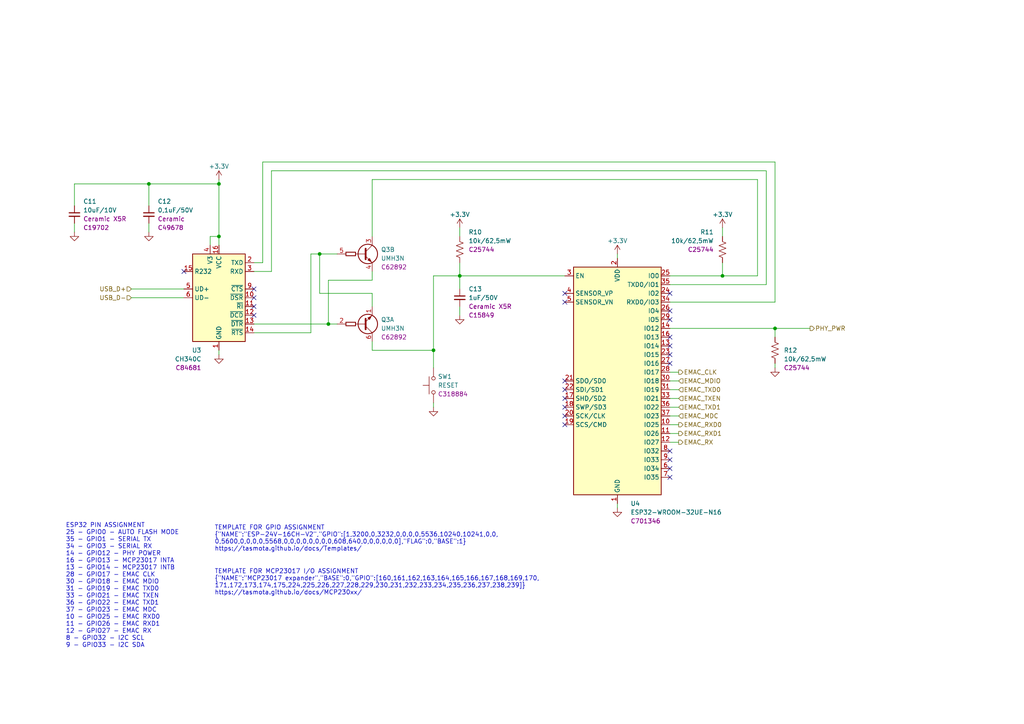
<source format=kicad_sch>
(kicad_sch (version 20230121) (generator eeschema)
  (paper "A4")
  (title_block (title "ESP 2x Relay Output Module with PoE") (date "2023-08-02") (rev "V1"))
  (lib_symbols
    (symbol "Device:C_Small" (pin_numbers hide) (pin_names (offset 0.254) hide)
      (property "Reference" "C" (at 0.254 1.778 0))
      (property "Value" "C_Small" (at 0.254 -2.032 0))
      (symbol "C_Small_0_1"
        (polyline (pts (xy -1.524 -0.508) (xy 1.524 -0.508)) (stroke (width 0.3302)))
        (polyline (pts (xy -1.524 0.508) (xy 1.524 0.508)) (stroke (width 0.3048)))
      )
      (symbol "C_Small_1_1"
        (pin passive line (at 0 2.54 270) (length 2.032) (name "~") (number "1"))
        (pin passive line (at 0 -2.54 90) (length 2.032) (name "~") (number "2"))
      )
    )
    (symbol "Device:R_US" (pin_numbers hide) (pin_names (offset 0))
      (property "Reference" "R" (at 2.54 0 90))
      (property "Value" "R_US" (at -2.54 0 90))
      (symbol "R_US_0_1"
        (polyline (pts (xy 0 -2.286) (xy 0 -2.54)))
        (polyline (pts (xy 0 2.286) (xy 0 2.54)))
        (polyline (pts (xy 0 -0.762) (xy 1.016 -1.143) (xy 0 -1.524) (xy -1.016 -1.905) (xy 0 -2.286)))
        (polyline (pts (xy 0 0.762) (xy 1.016 0.381) (xy 0 0) (xy -1.016 -0.381) (xy 0 -0.762)))
        (polyline (pts (xy 0 2.286) (xy 1.016 1.905) (xy 0 1.524) (xy -1.016 1.143) (xy 0 0.762)))
      )
      (symbol "R_US_1_1"
        (pin passive line (at 0 3.81 270) (length 1.27) (name "~") (number "1"))
        (pin passive line (at 0 -3.81 90) (length 1.27) (name "~") (number "2"))
      )
    )
    (symbol "Interface_USB:CH340C"
      (property "Reference" "U" (at -5.08 13.97 0))
      (property "Value" "CH340C" (at 1.27 13.97 0))
      (symbol "CH340C_0_1"
        (rectangle (start -7.62 12.7) (end 7.62 -12.7) (stroke (width 0.254)) (fill (type background)))
      )
      (symbol "CH340C_1_1"
        (pin power_in line (at 0 -15.24 90) (length 2.54) (name "GND") (number "1"))
        (pin input line (at 10.16 0 180) (length 2.54) (name "~{DSR}") (number "10"))
        (pin input line (at 10.16 -2.54 180) (length 2.54) (name "~{RI}") (number "11"))
        (pin input line (at 10.16 -5.08 180) (length 2.54) (name "~{DCD}") (number "12"))
        (pin output line (at 10.16 -7.62 180) (length 2.54) (name "~{DTR}") (number "13"))
        (pin output line (at 10.16 -10.16 180) (length 2.54) (name "~{RTS}") (number "14"))
        (pin input line (at -10.16 7.62 0) (length 2.54) (name "R232") (number "15"))
        (pin power_in line (at 0 15.24 270) (length 2.54) (name "VCC") (number "16"))
        (pin output line (at 10.16 10.16 180) (length 2.54) (name "TXD") (number "2"))
        (pin input line (at 10.16 7.62 180) (length 2.54) (name "RXD") (number "3"))
        (pin passive line (at -2.54 15.24 270) (length 2.54) (name "V3") (number "4"))
        (pin bidirectional line (at -10.16 2.54 0) (length 2.54) (name "UD+") (number "5"))
        (pin bidirectional line (at -10.16 0 0) (length 2.54) (name "UD-") (number "6"))
        (pin no_connect line (at -7.62 -7.62 0) (length 2.54) hide (name "NC") (number "7"))
        (pin no_connect line (at -7.62 -10.16 0) (length 2.54) hide (name "NC") (number "8"))
        (pin input line (at 10.16 2.54 180) (length 2.54) (name "~{CTS}") (number "9"))
      )
    )
    (symbol "RF_Module:ESP32-WROOM-32U"
      (property "Reference" "U" (at -12.7 34.29 0))
      (property "Value" "ESP32-WROOM-32U" (at 1.27 34.29 0))
      (symbol "ESP32-WROOM-32U_0_1"
        (rectangle (start -12.7 33.02) (end 12.7 -33.02) (stroke (width 0.254)) (fill (type background)))
      )
      (symbol "ESP32-WROOM-32U_1_1"
        (pin power_in line (at 0 -35.56 90) (length 2.54) (name "GND") (number "1"))
        (pin bidirectional line (at 15.24 -12.7 180) (length 2.54) (name "IO25") (number "10"))
        (pin bidirectional line (at 15.24 -15.24 180) (length 2.54) (name "IO26") (number "11"))
        (pin bidirectional line (at 15.24 -17.78 180) (length 2.54) (name "IO27") (number "12"))
        (pin bidirectional line (at 15.24 10.16 180) (length 2.54) (name "IO14") (number "13"))
        (pin bidirectional line (at 15.24 15.24 180) (length 2.54) (name "IO12") (number "14"))
        (pin passive line (at 0 -35.56 90) (length 2.54) hide (name "GND") (number "15"))
        (pin bidirectional line (at 15.24 12.7 180) (length 2.54) (name "IO13") (number "16"))
        (pin bidirectional line (at -15.24 -5.08 0) (length 2.54) (name "SHD/SD2") (number "17"))
        (pin bidirectional line (at -15.24 -7.62 0) (length 2.54) (name "SWP/SD3") (number "18"))
        (pin bidirectional line (at -15.24 -12.7 0) (length 2.54) (name "SCS/CMD") (number "19"))
        (pin power_in line (at 0 35.56 270) (length 2.54) (name "VDD") (number "2"))
        (pin bidirectional line (at -15.24 -10.16 0) (length 2.54) (name "SCK/CLK") (number "20"))
        (pin bidirectional line (at -15.24 0 0) (length 2.54) (name "SDO/SD0") (number "21"))
        (pin bidirectional line (at -15.24 -2.54 0) (length 2.54) (name "SDI/SD1") (number "22"))
        (pin bidirectional line (at 15.24 7.62 180) (length 2.54) (name "IO15") (number "23"))
        (pin bidirectional line (at 15.24 25.4 180) (length 2.54) (name "IO2") (number "24"))
        (pin bidirectional line (at 15.24 30.48 180) (length 2.54) (name "IO0") (number "25"))
        (pin bidirectional line (at 15.24 20.32 180) (length 2.54) (name "IO4") (number "26"))
        (pin bidirectional line (at 15.24 5.08 180) (length 2.54) (name "IO16") (number "27"))
        (pin bidirectional line (at 15.24 2.54 180) (length 2.54) (name "IO17") (number "28"))
        (pin bidirectional line (at 15.24 17.78 180) (length 2.54) (name "IO5") (number "29"))
        (pin input line (at -15.24 30.48 0) (length 2.54) (name "EN") (number "3"))
        (pin bidirectional line (at 15.24 0 180) (length 2.54) (name "IO18") (number "30"))
        (pin bidirectional line (at 15.24 -2.54 180) (length 2.54) (name "IO19") (number "31"))
        (pin no_connect line (at -12.7 -27.94 0) (length 2.54) hide (name "NC") (number "32"))
        (pin bidirectional line (at 15.24 -5.08 180) (length 2.54) (name "IO21") (number "33"))
        (pin bidirectional line (at 15.24 22.86 180) (length 2.54) (name "RXD0/IO3") (number "34"))
        (pin bidirectional line (at 15.24 27.94 180) (length 2.54) (name "TXD0/IO1") (number "35"))
        (pin bidirectional line (at 15.24 -7.62 180) (length 2.54) (name "IO22") (number "36"))
        (pin bidirectional line (at 15.24 -10.16 180) (length 2.54) (name "IO23") (number "37"))
        (pin passive line (at 0 -35.56 90) (length 2.54) hide (name "GND") (number "38"))
        (pin passive line (at 0 -35.56 90) (length 2.54) hide (name "GND") (number "39"))
        (pin input line (at -15.24 25.4 0) (length 2.54) (name "SENSOR_VP") (number "4"))
        (pin input line (at -15.24 22.86 0) (length 2.54) (name "SENSOR_VN") (number "5"))
        (pin input line (at 15.24 -25.4 180) (length 2.54) (name "IO34") (number "6"))
        (pin input line (at 15.24 -27.94 180) (length 2.54) (name "IO35") (number "7"))
        (pin bidirectional line (at 15.24 -20.32 180) (length 2.54) (name "IO32") (number "8"))
        (pin bidirectional line (at 15.24 -22.86 180) (length 2.54) (name "IO33") (number "9"))
      )
    )
    (symbol "Switch:SW_Push" (pin_numbers hide) (pin_names (offset 1.016) hide)
      (property "Reference" "SW" (at 1.27 2.54 0))
      (property "Value" "SW_Push" (at 0 -1.524 0))
      (symbol "SW_Push_0_1"
        (circle (center -2.032 0) (radius 0.508))
        (polyline (pts (xy 0 1.27) (xy 0 3.048)))
        (polyline (pts (xy 2.54 1.27) (xy -2.54 1.27)))
        (circle (center 2.032 0) (radius 0.508))
        (pin passive line (at -5.08 0 0) (length 2.54) (name "1") (number "1"))
        (pin passive line (at 5.08 0 180) (length 2.54) (name "2") (number "2"))
      )
    )
    (symbol "Tales:+3.3V" (power) (pin_names (offset 0))
      (property "Value" "+3.3V" (at 0 3.556 0))
      (symbol "+3.3V_0_1"
        (polyline (pts (xy -0.762 1.27) (xy 0 2.54)))
        (polyline (pts (xy 0 0) (xy 0 2.54)))
        (polyline (pts (xy 0 2.54) (xy 0.762 1.27)))
      )
      (symbol "+3.3V_1_1"
        (pin power_in line (at 0 0 90) (length 0) hide (name "+3.3V") (number "1"))
      )
    )
    (symbol "Transistor_BJT:UMH3N" (pin_names hide)
      (property "Reference" "Q" (at 7.62 1.27 0))
      (property "Value" "UMH3N" (at 7.62 -1.27 0))
      (symbol "UMH3N_0_1"
        (polyline (pts (xy 3.175 0) (xy 0.254 0)))
        (polyline (pts (xy 3.175 0.635) (xy 5.08 2.54)))
        (polyline (pts (xy 3.175 1.524) (xy 3.175 -1.524)) (stroke (width 0.508)))
        (polyline (pts (xy 3.175 -0.635) (xy 5.08 -2.54) (xy 5.08 -2.54)))
        (polyline (pts (xy 3.81 -1.778) (xy 4.318 -1.27) (xy 4.826 -2.286) (xy 3.81 -1.778) (xy 3.81 -1.778)) (fill (type outline)))
        (rectangle (start 0.254 0.508) (end -2.54 -0.508) (stroke (width 0.254)))
        (circle (center 3.81 0) (radius 2.8194) (stroke (width 0.254)))
      )
      (symbol "UMH3N_1_1"
        (pin passive line (at 5.08 -5.08 90) (length 2.54) (name "E1") (number "1"))
        (pin input line (at -5.08 0 0) (length 2.54) (name "B1") (number "2"))
        (pin passive line (at 5.08 5.08 270) (length 2.54) (name "C1") (number "6"))
      )
      (symbol "UMH3N_2_1"
        (pin passive line (at 5.08 5.08 270) (length 2.54) (name "C2") (number "3"))
        (pin passive line (at 5.08 -5.08 90) (length 2.54) (name "E2") (number "4"))
        (pin input line (at -5.08 0 0) (length 2.54) (name "B2") (number "5"))
      )
    )
    (symbol "power:+3.3V" (power) (pin_names (offset 0))
      (property "Value" "+3.3V" (at 0 3.556 0))
      (symbol "+3.3V_0_1"
        (polyline (pts (xy -0.762 1.27) (xy 0 2.54)))
        (polyline (pts (xy 0 0) (xy 0 2.54)))
        (polyline (pts (xy 0 2.54) (xy 0.762 1.27)))
      )
      (symbol "+3.3V_1_1"
        (pin power_in line (at 0 0 90) (length 0) hide (name "+3.3V") (number "1"))
      )
    )
    (symbol "power:GND" (power) (pin_names (offset 0))
      (property "Value" "GND" (at 0 -3.81 0))
      (symbol "GND_0_1"
        (polyline (pts (xy 0 0) (xy 0 -1.27) (xy 1.27 -1.27) (xy 0 -2.54) (xy -1.27 -1.27) (xy 0 -1.27)))
      )
      (symbol "GND_1_1"
        (pin power_in line (at 0 0 270) (length 0) hide (name "GND") (number "1"))
      )
    )
  )
  (junction (at 63.5 53.34))
  (junction (at 125.73 101.6))
  (junction (at 133.35 80.01))
  (junction (at 43.18 53.34))
  (junction (at 209.55 80.01))
  (junction (at 92.71 73.66))
  (junction (at 63.5 68.58))
  (junction (at 224.79 95.25))
  (junction (at 95.25 93.98))
  (no_connect (at 163.83 87.63))
  (no_connect (at 194.31 100.33))
  (no_connect (at 163.83 123.19))
  (no_connect (at 194.31 85.09))
  (no_connect (at 73.66 86.36))
  (no_connect (at 194.31 92.71))
  (no_connect (at 163.83 110.49))
  (no_connect (at 73.66 91.44))
  (no_connect (at 163.83 85.09))
  (no_connect (at 53.34 78.74))
  (no_connect (at 194.31 133.35))
  (no_connect (at 163.83 115.57))
  (no_connect (at 163.83 118.11))
  (no_connect (at 73.66 88.9))
  (no_connect (at 194.31 97.79))
  (no_connect (at 194.31 130.81))
  (no_connect (at 194.31 135.89))
  (no_connect (at 73.66 83.82))
  (no_connect (at 194.31 105.41))
  (no_connect (at 163.83 120.65))
  (no_connect (at 194.31 90.17))
  (no_connect (at 194.31 138.43))
  (no_connect (at 194.31 102.87))
  (no_connect (at 163.83 113.03))
  (wire (pts (xy 133.35 88.9) (xy 133.35 91.44)))
  (wire (pts (xy 133.35 76.2) (xy 133.35 80.01)))
  (wire (pts (xy 194.31 118.11) (xy 196.85 118.11)))
  (wire (pts (xy 21.59 64.77) (xy 21.59 67.31)))
  (wire (pts (xy 63.5 101.6) (xy 63.5 102.87)))
  (wire (pts (xy 90.17 96.52) (xy 90.17 73.66)))
  (wire (pts (xy 194.31 123.19) (xy 196.85 123.19)))
  (wire (pts (xy 38.1 86.36) (xy 53.34 86.36)))
  (wire (pts (xy 107.95 52.07) (xy 219.71 52.07)))
  (wire (pts (xy 194.31 80.01) (xy 209.55 80.01)))
  (wire (pts (xy 125.73 101.6) (xy 125.73 80.01)))
  (wire (pts (xy 133.35 66.04) (xy 133.35 68.58)))
  (wire (pts (xy 194.31 128.27) (xy 196.85 128.27)))
  (wire (pts (xy 194.31 120.65) (xy 196.85 120.65)))
  (wire (pts (xy 194.31 110.49) (xy 196.85 110.49)))
  (wire (pts (xy 194.31 115.57) (xy 196.85 115.57)))
  (wire (pts (xy 38.1 83.82) (xy 53.34 83.82)))
  (wire (pts (xy 63.5 53.34) (xy 63.5 68.58)))
  (wire (pts (xy 194.31 95.25) (xy 224.79 95.25)))
  (wire (pts (xy 63.5 68.58) (xy 63.5 71.12)))
  (wire (pts (xy 179.07 73.66) (xy 179.07 74.93)))
  (wire (pts (xy 73.66 78.74) (xy 78.74 78.74)))
  (wire (pts (xy 224.79 95.25) (xy 234.95 95.25)))
  (wire (pts (xy 92.71 73.66) (xy 97.79 73.66)))
  (wire (pts (xy 78.74 49.53) (xy 78.74 78.74)))
  (wire (pts (xy 222.25 49.53) (xy 222.25 82.55)))
  (wire (pts (xy 43.18 53.34) (xy 63.5 53.34)))
  (wire (pts (xy 107.95 68.58) (xy 107.95 52.07)))
  (wire (pts (xy 179.07 146.05) (xy 179.07 147.32)))
  (wire (pts (xy 73.66 76.2) (xy 76.2 76.2)))
  (wire (pts (xy 194.31 107.95) (xy 196.85 107.95)))
  (wire (pts (xy 76.2 46.99) (xy 224.79 46.99)))
  (wire (pts (xy 92.71 73.66) (xy 92.71 85.09)))
  (wire (pts (xy 43.18 64.77) (xy 43.18 67.31)))
  (wire (pts (xy 209.55 76.2) (xy 209.55 80.01)))
  (wire (pts (xy 133.35 80.01) (xy 163.83 80.01)))
  (wire (pts (xy 90.17 73.66) (xy 92.71 73.66)))
  (wire (pts (xy 21.59 59.69) (xy 21.59 53.34)))
  (wire (pts (xy 73.66 93.98) (xy 95.25 93.98)))
  (wire (pts (xy 43.18 53.34) (xy 43.18 59.69)))
  (wire (pts (xy 222.25 82.55) (xy 194.31 82.55)))
  (wire (pts (xy 95.25 81.28) (xy 95.25 93.98)))
  (wire (pts (xy 107.95 81.28) (xy 95.25 81.28)))
  (wire (pts (xy 224.79 105.41) (xy 224.79 106.68)))
  (wire (pts (xy 63.5 52.07) (xy 63.5 53.34)))
  (wire (pts (xy 224.79 95.25) (xy 224.79 97.79)))
  (wire (pts (xy 224.79 87.63) (xy 194.31 87.63)))
  (wire (pts (xy 107.95 85.09) (xy 92.71 85.09)))
  (wire (pts (xy 21.59 53.34) (xy 43.18 53.34)))
  (wire (pts (xy 60.96 71.12) (xy 60.96 68.58)))
  (wire (pts (xy 107.95 99.06) (xy 107.95 101.6)))
  (wire (pts (xy 76.2 76.2) (xy 76.2 46.99)))
  (wire (pts (xy 194.31 113.03) (xy 196.85 113.03)))
  (wire (pts (xy 133.35 80.01) (xy 133.35 83.82)))
  (wire (pts (xy 219.71 52.07) (xy 219.71 80.01)))
  (wire (pts (xy 224.79 46.99) (xy 224.79 87.63)))
  (wire (pts (xy 209.55 80.01) (xy 219.71 80.01)))
  (wire (pts (xy 107.95 88.9) (xy 107.95 85.09)))
  (wire (pts (xy 194.31 125.73) (xy 196.85 125.73)))
  (wire (pts (xy 209.55 66.04) (xy 209.55 68.58)))
  (wire (pts (xy 107.95 101.6) (xy 125.73 101.6)))
  (wire (pts (xy 73.66 96.52) (xy 90.17 96.52)))
  (wire (pts (xy 125.73 116.84) (xy 125.73 118.11)))
  (wire (pts (xy 107.95 78.74) (xy 107.95 81.28)))
  (wire (pts (xy 125.73 80.01) (xy 133.35 80.01)))
  (wire (pts (xy 78.74 49.53) (xy 222.25 49.53)))
  (wire (pts (xy 95.25 93.98) (xy 97.79 93.98)))
  (wire (pts (xy 125.73 101.6) (xy 125.73 106.68)))
  (wire (pts (xy 60.96 68.58) (xy 63.5 68.58)))
  (text "ESP32 PIN ASSIGNMENT\n25 - GPIO0 - AUTO FLASH MODE\n35 - GPIO1 - SERIAL TX\n34 - GPIO3 - SERIAL RX\n14 - GPIO12 - PHY POWER\n16 - GPIO13 - MCP23017 INTA\n13 - GPIO14 - MCP23017 INTB\n28 - GPIO17 - EMAC CLK\n30 - GPIO18 - EMAC MDIO\n31 - GPIO19 - EMAC TXD0\n33 - GPIO21 - EMAC TXEN\n36 - GPIO22 - EMAC TXD1\n37 - GPIO23 - EMAC MDC\n10 - GPIO25 - EMAC RXD0\n11 - GPIO26 - EMAC RXD1\n12 - GPIO27 - EMAC RX\n8 - GPIO32 - I2C SCL\n9 - GPIO33 - I2C SDA" (at 19.05 187.96 0) (effects (font (size 1.27 1.27)) (justify left bottom)))
  (text "TEMPLATE FOR GPIO ASSIGNMENT\n{\"NAME\":\"ESP-24V-16CH-V2\",\"GPIO\":[1,3200,0,3232,0,0,0,0,5536,10240,10241,0,0,\n0,5600,0,0,0,0,5568,0,0,0,0,0,0,0,0,608,640,0,0,0,0,0,0],\"FLAG\":0,\"BASE\":1}\nhttps://tasmota.github.io/docs/Templates/" (at 62.23 160.02 0) (effects (font (size 1.27 1.27)) (justify left bottom)))
  (text "TEMPLATE FOR MCP23017 I/O ASSIGNMENT\n{\"NAME\":\"MCP23017 expander\",\"BASE\":0,\"GPIO\":[160,161,162,163,164,165,166,167,168,169,170,\n171,172,173,174,175,224,225,226,227,228,229,230,231,232,233,234,235,236,237,238,239]}\nhttps://tasmota.github.io/docs/MCP230xx/" (at 62.23 172.72 0) (effects (font (size 1.27 1.27)) (justify left bottom)))
  (hierarchical_label "PHY_PWR" (shape output) (at 234.95 95.25 0))
  (hierarchical_label "EMAC_MDIO" (shape input) (at 196.85 110.49 0))
  (hierarchical_label "EMAC_TXD1" (shape input) (at 196.85 118.11 0))
  (hierarchical_label "EMAC_RX" (shape output) (at 196.85 128.27 0))
  (hierarchical_label "EMAC_CLK" (shape output) (at 196.85 107.95 0))
  (hierarchical_label "EMAC_RXD1" (shape output) (at 196.85 125.73 0))
  (hierarchical_label "EMAC_TXEN" (shape input) (at 196.85 115.57 0))
  (hierarchical_label "EMAC_RXD0" (shape output) (at 196.85 123.19 0))
  (hierarchical_label "EMAC_TXD0" (shape input) (at 196.85 113.03 0))
  (hierarchical_label "EMAC_MDC" (shape input) (at 196.85 120.65 0))
  (hierarchical_label "USB_D+" (shape input) (at 38.1 83.82 180))
  (hierarchical_label "USB_D-" (shape input) (at 38.1 86.36 180))
  (symbol (lib_id "Device:C_Small") (at 133.35 86.36 0) (unit 1)
    (property "Reference" "C13" (at 135.89 83.8262 0) (effects (justify left)))
    (property "Value" "1uF/50V" (at 135.89 86.3662 0) (effects (justify left)))
    (property "Footprint" "Tales:C_0603_1608Metric" (effects hide))
    (property "Case" "0603/1608" (effects hide))
    (property "JLCPCB BOM" "1" (effects hide))
    (property "LCSC Part #" "C15849" (at 135.89 91.44 0) (effects (justify left)))
    (property "Mfr" "Samsung" (effects hide))
    (property "Mfr PN" "CL10A105KB8NNNC" (effects hide))
    (property "Technology" "Ceramic X5R" (at 135.89 88.9 0) (effects (justify left)))
    (property "Vendor" "JLCPCB" (effects hide))
    (property "Vendor PN" "C15849" (effects hide))
  )
  (symbol (lib_id "Device:R_US") (at 209.55 72.39 0) (unit 1)
    (property "Reference" "R11" (at 207.01 67.31 0) (effects (justify right)))
    (property "Value" "10k/62,5mW" (at 207.01 69.85 0) (effects (justify right)))
    (property "Footprint" "Tales:R_0402_1005Metric" (effects hide))
    (property "Case" "0402/1005" (effects hide))
    (property "Mfr" "Uniroyal" (effects hide))
    (property "Vendor" "JLCPCB" (effects hide))
    (property "Mfr PN" "0402WGF1002TCE" (effects hide))
    (property "Vendor PN" "C25744" (effects hide))
    (property "LCSC Part #" "C25744" (at 207.01 72.39 0) (effects (justify right)))
    (property "JLCPCB BOM" "1" (effects hide))
  )
  (symbol (lib_id "power:GND") (at 43.18 67.31 0) (unit 1)
    (property "Reference" "#PWR024" (effects hide))
    (property "Value" "GNDREF" (effects hide))
  )
  (symbol (lib_id "Transistor_BJT:UMH3N") (at 102.87 73.66 0) (unit 2)
    (property "Reference" "Q3" (at 110.49 72.3899 0) (effects (justify left)))
    (property "Value" "UMH3N" (at 110.49 74.9299 0) (effects (justify left)))
    (property "Footprint" "Tales:SOT-363_SC-70-6" (effects hide))
    (property "JLCPCB BOM" "1" (effects hide))
    (property "LCSC Part #" "C62892" (at 110.49 77.47 0) (effects (justify left)))
    (property "Vendor" "JLCPCB" (effects hide))
    (property "Vendor PN" "C62892" (effects hide))
    (property "Case" "SOT-363" (effects hide))
    (property "Mfr" "Jiangsu" (effects hide))
    (property "Mfr PN" "UMH3N" (effects hide))
  )
  (symbol (lib_id "Device:R_US") (at 224.79 101.6 0) (unit 1)
    (property "Reference" "R12" (at 227.33 101.6 0) (effects (justify left)))
    (property "Value" "10k/62,5mW" (at 227.33 104.14 0) (effects (justify left)))
    (property "Footprint" "Tales:R_0402_1005Metric" (effects hide))
    (property "Case" "0402/1005" (effects hide))
    (property "Mfr" "Uniroyal" (effects hide))
    (property "Vendor" "JLCPCB" (effects hide))
    (property "Mfr PN" "0402WGF1002TCE" (effects hide))
    (property "Vendor PN" "C25744" (effects hide))
    (property "LCSC Part #" "C25744" (at 227.33 106.68 0) (effects (justify left)))
    (property "JLCPCB BOM" "1" (effects hide))
  )
  (symbol (lib_id "Device:C_Small") (at 21.59 62.23 0) (unit 1)
    (property "Reference" "C11" (at 24.13 58.42 0) (effects (justify left)))
    (property "Value" "10uF/10V" (at 24.13 60.96 0) (effects (justify left)))
    (property "Footprint" "Tales:C_0603_1608Metric" (effects hide))
    (property "Technology" "Ceramic X5R" (at 24.13 63.5 0) (effects (justify left)))
    (property "Case" "0603/1608" (effects hide))
    (property "Mfr" "Samsung" (effects hide))
    (property "Mfr PN" "CL10A106KP8NNNC" (effects hide))
    (property "Vendor" "JLCPCB" (effects hide))
    (property "Vendor PN" "C19702" (effects hide))
    (property "LCSC Part #" "C19702" (at 24.13 66.04 0) (effects (justify left)))
    (property "JLCPCB BOM" "1" (effects hide))
  )
  (symbol (lib_id "Transistor_BJT:UMH3N") (at 102.87 93.98 0) (mirror x) (unit 1)
    (property "Reference" "Q3" (at 110.49 92.7099 0) (effects (justify left)))
    (property "Value" "UMH3N" (at 110.49 95.2499 0) (effects (justify left)))
    (property "Footprint" "Tales:SOT-363_SC-70-6" (effects hide))
    (property "JLCPCB BOM" "1" (effects hide))
    (property "LCSC Part #" "C62892" (at 110.49 97.79 0) (effects (justify left)))
    (property "Vendor" "JLCPCB" (effects hide))
    (property "Vendor PN" "C62892" (effects hide))
    (property "Case" "SOT-363" (effects hide))
    (property "Mfr" "Jiangsu" (effects hide))
    (property "Mfr PN" "UMH3N" (effects hide))
  )
  (symbol (lib_id "power:GND") (at 224.79 106.68 0) (unit 1)
    (property "Reference" "#PWR033" (effects hide))
    (property "Value" "GNDREF" (effects hide))
  )
  (symbol (lib_id "Switch:SW_Push") (at 125.73 111.76 90) (unit 1)
    (property "Reference" "SW1" (at 127 109.22 90) (effects (justify right)))
    (property "Value" "RESET" (at 127 111.76 90) (effects (justify right)))
    (property "Footprint" "Button_Switch_SMD:SW_SPST_TL3342" (effects hide))
    (property "JLCPCB BOM" "1" (effects hide))
    (property "LCSC Part #" "C318884" (at 127 114.3001 90) (effects (justify right)))
    (property "Mfr" "XKB Connectivity" (effects hide))
    (property "Mfr PN" "TS-1187A-B-A-B" (effects hide))
    (property "Vendor" "JLCPCB" (effects hide))
    (property "Vendor PN" "C318884" (effects hide))
  )
  (symbol (lib_id "Device:R_US") (at 133.35 72.39 0) (unit 1)
    (property "Reference" "R10" (at 135.89 67.31 0) (effects (justify left)))
    (property "Value" "10k/62,5mW" (at 135.89 69.85 0) (effects (justify left)))
    (property "Footprint" "Tales:R_0402_1005Metric" (effects hide))
    (property "Case" "0402/1005" (effects hide))
    (property "Mfr" "Uniroyal" (effects hide))
    (property "Vendor" "JLCPCB" (effects hide))
    (property "Mfr PN" "0402WGF1002TCE" (effects hide))
    (property "Vendor PN" "C25744" (effects hide))
    (property "LCSC Part #" "C25744" (at 135.89 72.39 0) (effects (justify left)))
    (property "JLCPCB BOM" "1" (effects hide))
  )
  (symbol (lib_id "power:GND") (at 21.59 67.31 0) (unit 1)
    (property "Reference" "#PWR023" (effects hide))
    (property "Value" "GNDREF" (effects hide))
  )
  (symbol (lib_id "power:+3.3V") (at 63.5 52.07 0) (unit 1)
    (property "Reference" "#PWR025" (effects hide))
    (property "Value" "+3.3V" (at 63.5 48.26 0))
  )
  (symbol (lib_id "power:+3.3V") (at 133.35 66.04 0) (unit 1)
    (property "Reference" "#PWR028" (effects hide))
    (property "Value" "+3.3V" (at 133.35 62.23 0))
  )
  (symbol (lib_id "Interface_USB:CH340C") (at 63.5 86.36 0) (unit 1)
    (property "Reference" "U3" (at 58.42 101.6 0) (effects (justify right)))
    (property "Value" "CH340C" (at 58.42 104.14 0) (effects (justify right)))
    (property "Footprint" "Package_SO:SOIC-16_3.9x9.9mm_P1.27mm" (effects hide))
    (property "Case" "SOIC-16" (effects hide))
    (property "JLCPCB BOM" "1" (effects hide))
    (property "LCSC Part #" "C84681" (at 58.42 106.68 0) (effects (justify right)))
    (property "Mfr" "WCH" (effects hide))
    (property "Mfr PN" "CH340C" (effects hide))
    (property "Vendor" "JLCPCB" (effects hide))
    (property "Vendor PN" "C84681" (effects hide))
  )
  (symbol (lib_id "power:GND") (at 63.5 102.87 0) (unit 1)
    (property "Reference" "#PWR026" (effects hide))
    (property "Value" "GNDREF" (effects hide))
  )
  (symbol (lib_id "RF_Module:ESP32-WROOM-32U") (at 179.07 110.49 0) (unit 1)
    (property "Reference" "U4" (at 182.88 146.05 0) (effects (justify left)))
    (property "Value" "ESP32-WROOM-32UE-N16" (at 182.88 148.59 0) (effects (justify left)))
    (property "Footprint" "Tales:ESP32-WROOM-32U" (effects hide))
    (property "JLCPCB BOM" "1" (effects hide))
    (property "LCSC Part #" "C701346" (at 182.88 151.13 0) (effects (justify left)))
    (property "Mfr" "Expressif" (effects hide))
    (property "Mfr PN" "ESP32-WROOM-32UE-N16" (effects hide))
    (property "Vendor" "JLCPCB" (effects hide))
    (property "Vendor PN" "C701346" (effects hide))
    (property "Case" "ESP32-WROOM-U" (effects hide))
  )
  (symbol (lib_id "Device:C_Small") (at 43.18 62.23 0) (unit 1)
    (property "Reference" "C12" (at 45.72 58.42 0) (effects (justify left)))
    (property "Value" "0,1uF/50V" (at 45.72 60.96 0) (effects (justify left)))
    (property "Footprint" "Tales:C_0805_2012Metric" (effects hide))
    (property "Technology" "Ceramic" (at 45.72 63.5 0) (effects (justify left)))
    (property "Case" "0805/2012" (effects hide))
    (property "Mfr" "Yageo" (effects hide))
    (property "Mfr PN" "CC0805KRX7R9BB104" (effects hide))
    (property "Vendor" "JLCPCB" (effects hide))
    (property "Vendor PN" "C49678" (effects hide))
    (property "LCSC Part #" "C49678" (at 45.72 66.04 0) (effects (justify left)))
    (property "JLCPCB BOM" "1" (effects hide))
  )
  (symbol (lib_id "Tales:+3.3V") (at 179.07 73.66 0) (unit 1)
    (property "Reference" "#PWR030" (effects hide))
    (property "Value" "+3.3V" (at 179.07 69.85 0))
  )
  (symbol (lib_id "power:GND") (at 125.73 118.11 0) (unit 1)
    (property "Reference" "#PWR027" (effects hide))
    (property "Value" "GNDREF" (effects hide))
  )
  (symbol (lib_id "power:GND") (at 133.35 91.44 0) (unit 1)
    (property "Reference" "#PWR029" (effects hide))
    (property "Value" "GNDREF" (effects hide))
  )
  (symbol (lib_id "power:GND") (at 179.07 147.32 0) (unit 1)
    (property "Reference" "#PWR031" (effects hide))
    (property "Value" "GNDREF" (effects hide))
  )
  (symbol (lib_id "power:+3.3V") (at 209.55 66.04 0) (unit 1)
    (property "Reference" "#PWR032" (effects hide))
    (property "Value" "+3.3V" (at 209.55 62.23 0))
  )
)
</source>
